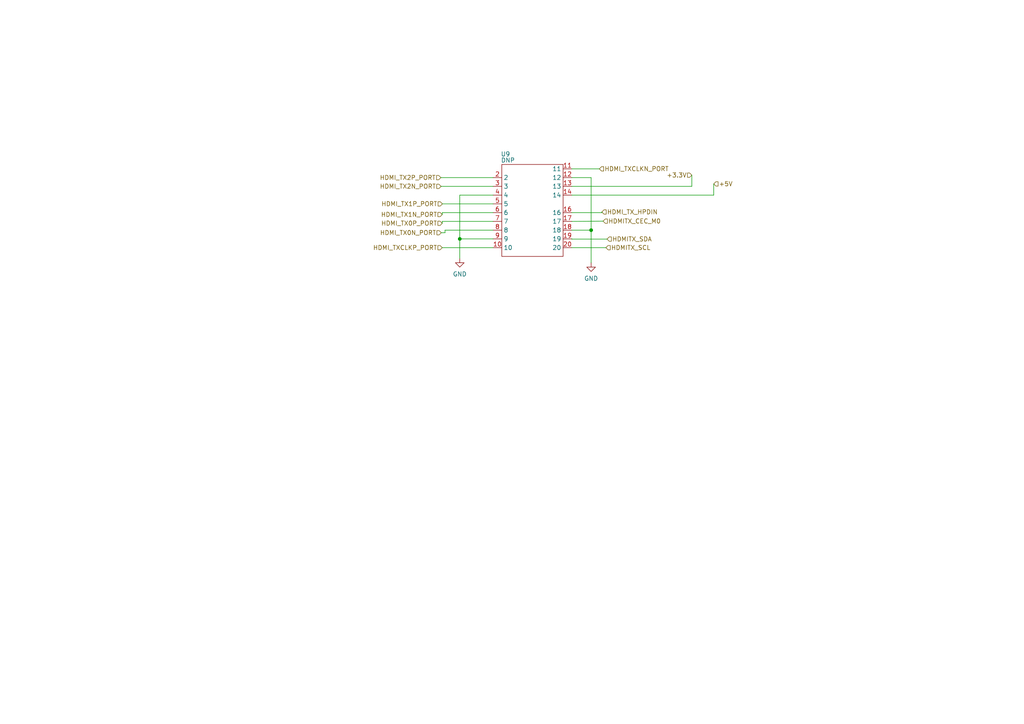
<source format=kicad_sch>
(kicad_sch (version 20231120) (generator "eeschema") (generator_version "7.99")
  (paper "A4")
  (lib_symbols
    (symbol "HDMI 2.0:HDMI_2.0"
      (property "Reference" "U9" (at -7.8211 29.6757 0))
      (property "Value" "DNP" (at -7.112 27.8922 0))
      (symbol "HDMI_2.0_0_1"
        (rectangle (start -8.89 26.67) (end 8.89 0))
      )
      (symbol "HDMI_2.0_1_1"
        (pin passive line (at -11.43 2.54 0) (length 2.54) (name "10") (number "10"))
        (pin passive line (at 11.43 25.4 180) (length 2.54) (name "11") (number "11"))
        (pin passive line (at 11.43 22.86 180) (length 2.54) (name "12") (number "12"))
        (pin passive line (at 11.43 20.32 180) (length 2.54) (name "13") (number "13"))
        (pin passive line (at 11.43 17.78 180) (length 2.54) (name "14") (number "14"))
        (pin passive line (at 11.43 12.7 180) (length 2.54) (name "16") (number "16"))
        (pin passive line (at 11.43 10.16 180) (length 2.54) (name "17") (number "17"))
        (pin passive line (at 11.43 7.62 180) (length 2.54) (name "18") (number "18"))
        (pin passive line (at 11.43 5.08 180) (length 2.54) (name "19") (number "19"))
        (pin passive line (at -11.43 22.86 0) (length 2.54) (name "2") (number "2"))
        (pin passive line (at 11.43 2.54 180) (length 2.54) (name "20") (number "20"))
        (pin passive line (at -11.43 20.32 0) (length 2.54) (name "3") (number "3"))
        (pin passive line (at -11.43 17.78 0) (length 2.54) (name "4") (number "4"))
        (pin passive line (at -11.43 15.24 0) (length 2.54) (name "5") (number "5"))
        (pin passive line (at -11.43 12.7 0) (length 2.54) (name "6") (number "6"))
        (pin passive line (at -11.43 10.16 0) (length 2.54) (name "7") (number "7"))
        (pin passive line (at -11.43 7.62 0) (length 2.54) (name "8") (number "8"))
        (pin passive line (at -11.43 5.08 0) (length 2.54) (name "9") (number "9"))
      )
    )
    (symbol "power:GND" (power) (pin_names (offset 0))
      (property "Value" "GND" (at 0 -3.81 0))
      (symbol "GND_0_1"
        (polyline (pts (xy 0 0) (xy 0 -1.27) (xy 1.27 -1.27) (xy 0 -2.54) (xy -1.27 -1.27) (xy 0 -1.27)))
      )
      (symbol "GND_1_1"
        (pin power_in line (at 0 0 270) (length 0) hide (name "GND") (number "1"))
      )
    )
  )
  (junction (at 171.45 66.7542))
  (junction (at 133.35 69.2942))
  (wire (pts (xy 173.8361 48.9742) (xy 165.862 48.9742)))
  (wire (pts (xy 143.002 54.0542) (xy 127.9343 54.0542)))
  (wire (pts (xy 128.27 61.6742) (xy 128.27 62.23)))
  (wire (pts (xy 171.45 66.7542) (xy 165.862 66.7542)))
  (wire (pts (xy 207.01 53.34) (xy 207.01 56.5942)))
  (wire (pts (xy 200.66 50.8) (xy 200.66 54.0542)))
  (wire (pts (xy 133.35 56.5942) (xy 143.002 56.5942)))
  (wire (pts (xy 171.45 51.5142) (xy 171.45 66.7542)))
  (wire (pts (xy 129.077 67.5058) (xy 129.077 66.7542)))
  (wire (pts (xy 143.002 64.2142) (xy 128.27 64.2142)))
  (wire (pts (xy 175.7353 71.8342) (xy 165.862 71.8342)))
  (wire (pts (xy 129.077 67.5058) (xy 127.9857 67.5058)))
  (wire (pts (xy 133.35 56.5942) (xy 133.35 69.2942)))
  (wire (pts (xy 133.35 69.2942) (xy 133.35 74.93)))
  (wire (pts (xy 165.862 64.2142) (xy 174.9142 64.145)))
  (wire (pts (xy 128.27 71.8342) (xy 143.002 71.8342)))
  (wire (pts (xy 127.8702 51.5142) (xy 143.002 51.5142)))
  (wire (pts (xy 133.35 69.2942) (xy 143.002 69.2942)))
  (wire (pts (xy 143.002 59.1342) (xy 128.3191 59.1342)))
  (wire (pts (xy 129.077 66.7542) (xy 143.002 66.7542)))
  (wire (pts (xy 165.862 61.6742) (xy 174.5575 61.6742)))
  (wire (pts (xy 165.862 69.347) (xy 165.862 69.2942)))
  (wire (pts (xy 128.27 64.2142) (xy 128.27 64.77)))
  (wire (pts (xy 200.66 54.0542) (xy 165.862 54.0542)))
  (wire (pts (xy 207.01 56.5942) (xy 165.862 56.5942)))
  (wire (pts (xy 176.0673 69.347) (xy 165.862 69.347)))
  (wire (pts (xy 143.002 61.6742) (xy 128.27 61.6742)))
  (wire (pts (xy 174.5575 61.6742) (xy 174.5575 61.4859)))
  (wire (pts (xy 171.45 51.5142) (xy 165.862 51.5142)))
  (wire (pts (xy 171.45 66.7542) (xy 171.45 76.2)))
  (hierarchical_label "HDMI_TX2P_PORT" (shape input) (at 127.8702 51.5142 180))
  (hierarchical_label "HDMITX_SDA" (shape input) (at 176.0673 69.347 0))
  (hierarchical_label "+5V" (shape input) (at 207.01 53.34 0))
  (hierarchical_label "+3.3V" (shape input) (at 200.66 50.8 180))
  (hierarchical_label "HDMI_TX0P_PORT" (shape input) (at 128.27 64.77 180))
  (hierarchical_label "HDMITX_SCL" (shape input) (at 175.7353 71.8342 0))
  (hierarchical_label "HDMI_TXCLKN_PORT" (shape input) (at 173.8361 48.9742 0))
  (hierarchical_label "HDMITX_CEC_M0" (shape input) (at 174.9142 64.145 0))
  (hierarchical_label "HDMI_TXCLKP_PORT" (shape input) (at 128.27 71.8342 180))
  (hierarchical_label "HDMI_TX1P_PORT" (shape input) (at 128.3191 59.1342 180))
  (hierarchical_label "HDMI_TX1N_PORT" (shape input) (at 128.27 62.23 180))
  (hierarchical_label "HDMI_TX2N_PORT" (shape input) (at 127.9343 54.0542 180))
  (hierarchical_label "HDMI_TX_HPDIN" (shape input) (at 174.5575 61.4859 0))
  (hierarchical_label "HDMI_TX0N_PORT" (shape input) (at 127.9857 67.5058 180))
  (symbol (lib_id "power:GND") (at 133.35 74.93 0) (unit 1)
    (property "Reference" "#PWR021" (effects (hide yes)))
    (property "Value" "GND" (at 133.35 79.502 0))
    (property "Description" "Power symbol creates a global label with name \"GND\" , ground" (effects (hide yes)))
    (instances (project "HDMI 2.0 TX" (path "" (reference "#PWR021") (unit 1))) (project "RP2040_minimal" (path "" (reference "#PWR0235") (unit 1))))
  )
  (symbol (lib_id "HDMI 2.0:HDMI_2.0") (at 154.432 74.3742 0) (unit 1)
    (property "Reference" "U9" (at 146.6109 44.6985 0))
    (property "Value" "DNP" (at 147.32 46.482 0))
    (property "Footprint" "HDMI 2.0 TX:HDMI" (effects (hide yes)))
  )
  (symbol (lib_id "power:GND") (at 171.45 76.2 0) (unit 1)
    (property "Reference" "#PWR021" (effects (hide yes)))
    (property "Value" "GND" (at 171.45 80.772 0))
    (property "Description" "Power symbol creates a global label with name \"GND\" , ground" (effects (hide yes)))
    (instances (project "HDMI 2.0 TX" (path "" (reference "#PWR021") (unit 1))) (project "RP2040_minimal" (path "" (reference "#PWR0236") (unit 1))))
  )
)
</source>
